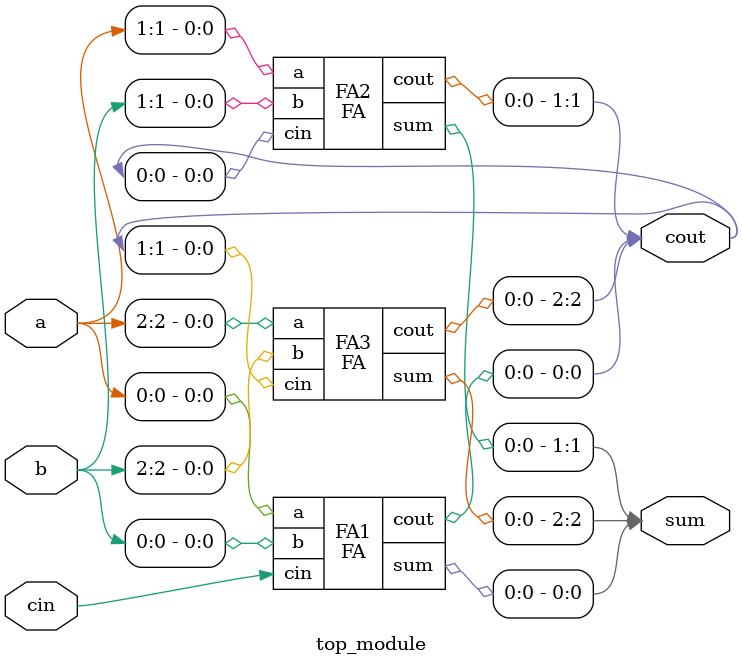
<source format=v>
module FA(
    input a,b,cin,
    output sum,cout);
    
     assign sum=a^b^cin;
    assign cout=(a&b)|(b&cin)|(cin&a);
    
endmodule

module top_module( 
    input [2:0] a, b,
    input cin,
    output [2:0] cout,
    output [2:0] sum );
    
    FA FA1(a[0],b[0],cin,sum[0],cout[0]);
    FA FA2(a[1],b[1],cout[0],sum[1],cout[1]);
    FA FA3(a[2],b[2],cout[1],sum[2],cout[2]);
    
endmodule

</source>
